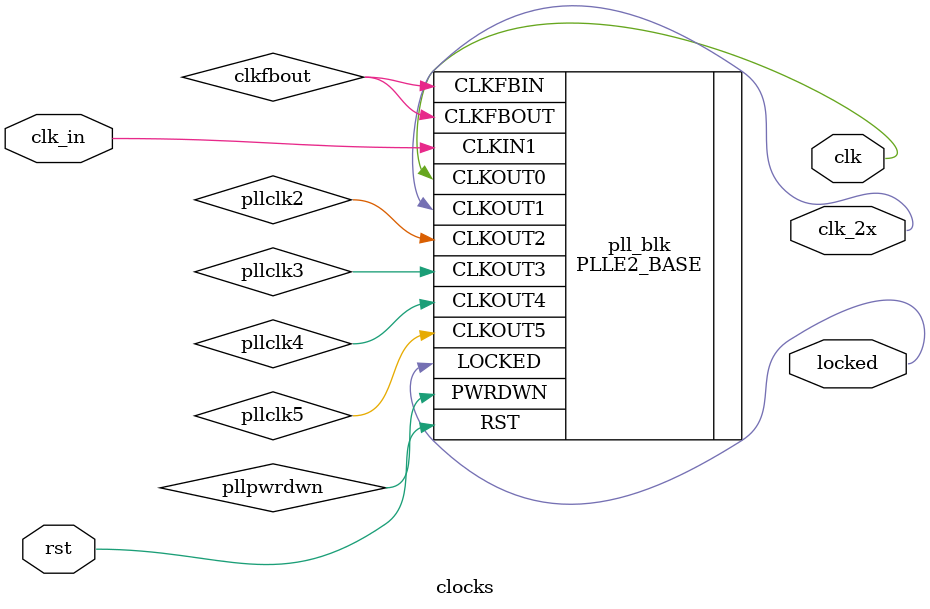
<source format=v>
/**
  Generate two clocks: 40 and 80 MHz
  --
  For Xilinx Artix-7
  --
  (c) 2022 Gray, gray@grayraven.org
  https://oberon-rts.org/licences
**/

`timescale 1ns / 1ps
`default_nettype none

module  clocks (
	input wire clk_in,
	input wire rst,
	output wire clk,     // 40 MHz
	output wire clk_2x,  // 80 MHz
	output wire locked
);

// clocks
wire clkfbout;
wire pllclk2, pllclk3, pllclk4, pllclk5, pllpwrdwn;

localparam BasePeriod = 10;    // nano seconds, 100 MHz
localparam M = 12;             // multiplier, BaseClock * M must be in the VCO range, which is 800 - 1,600 MHz for the A7
localparam D0 = 30;            // divider for clock output 0 = clk
localparam D1 = 15;            // divider for clock output 1 = clk2x, used for the RAM

PLLE2_BASE # (
  .CLKIN1_PERIOD(BasePeriod),
  .CLKFBOUT_MULT(M), // 8 to 16
  .CLKOUT0_DIVIDE(D0),
  .CLKOUT1_DIVIDE(D1)
) pll_blk (
  .CLKFBOUT(clkfbout),
  .CLKOUT0(clk),
  .CLKOUT1(clk_2x),
  .CLKOUT2(pllclk2), .CLKOUT3(pllclk3), .CLKOUT4(pllclk4), .CLKOUT5(pllclk5),
  .LOCKED(locked),
  .CLKFBIN(clkfbout),
  .CLKIN1(clk_in),
  .RST(rst),
  .PWRDWN(pllpwrdwn)
);

endmodule

`resetall

</source>
